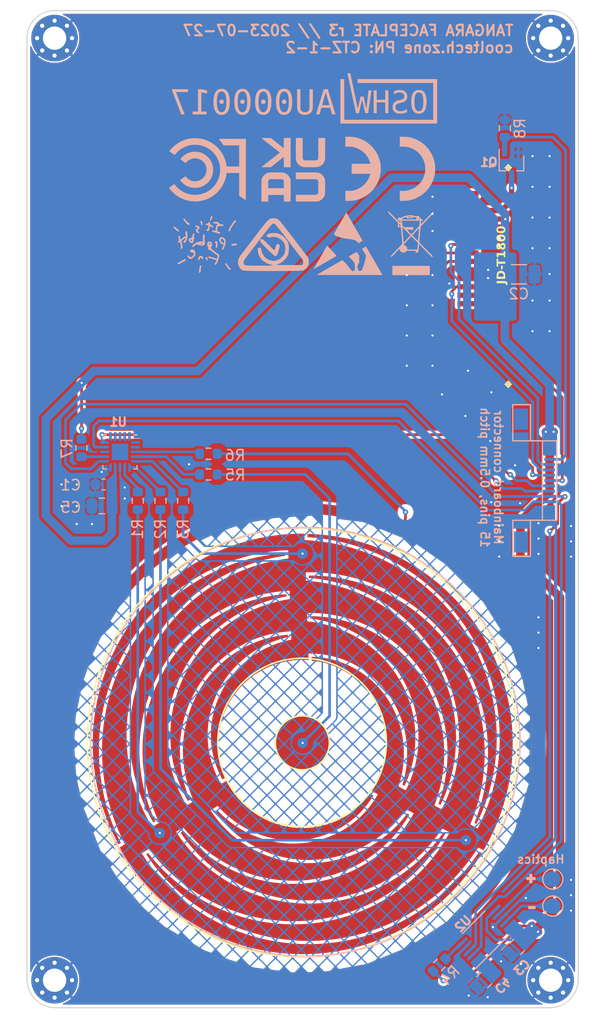
<source format=kicad_pcb>
(kicad_pcb (version 20221018) (generator pcbnew)

  (general
    (thickness 1.6)
  )

  (paper "A4")
  (title_block
    (comment 4 "AISLER Project ID: UHMYFJNI")
  )

  (layers
    (0 "F.Cu" signal)
    (31 "B.Cu" signal)
    (32 "B.Adhes" user "B.Adhesive")
    (33 "F.Adhes" user "F.Adhesive")
    (34 "B.Paste" user)
    (35 "F.Paste" user)
    (36 "B.SilkS" user "B.Silkscreen")
    (37 "F.SilkS" user "F.Silkscreen")
    (38 "B.Mask" user)
    (39 "F.Mask" user)
    (40 "Dwgs.User" user "User.Drawings")
    (41 "Cmts.User" user "User.Comments")
    (42 "Eco1.User" user "User.Eco1")
    (43 "Eco2.User" user "User.Eco2")
    (44 "Edge.Cuts" user)
    (45 "Margin" user)
    (46 "B.CrtYd" user "B.Courtyard")
    (47 "F.CrtYd" user "F.Courtyard")
    (48 "B.Fab" user)
    (49 "F.Fab" user)
    (50 "User.1" user)
    (51 "User.2" user)
    (52 "User.3" user)
    (53 "User.4" user)
    (54 "User.5" user)
    (55 "User.6" user)
    (56 "User.7" user)
    (57 "User.8" user)
    (58 "User.9" user)
  )

  (setup
    (stackup
      (layer "F.SilkS" (type "Top Silk Screen"))
      (layer "F.Paste" (type "Top Solder Paste"))
      (layer "F.Mask" (type "Top Solder Mask") (thickness 0.01))
      (layer "F.Cu" (type "copper") (thickness 0.035))
      (layer "dielectric 1" (type "core") (thickness 1.51) (material "FR4") (epsilon_r 4.5) (loss_tangent 0.02))
      (layer "B.Cu" (type "copper") (thickness 0.035))
      (layer "B.Mask" (type "Bottom Solder Mask") (thickness 0.01))
      (layer "B.Paste" (type "Bottom Solder Paste"))
      (layer "B.SilkS" (type "Bottom Silk Screen"))
      (copper_finish "None")
      (dielectric_constraints no)
    )
    (pad_to_mask_clearance 0)
    (pcbplotparams
      (layerselection 0x00010fc_ffffffff)
      (plot_on_all_layers_selection 0x0000000_00000000)
      (disableapertmacros false)
      (usegerberextensions false)
      (usegerberattributes true)
      (usegerberadvancedattributes true)
      (creategerberjobfile true)
      (dashed_line_dash_ratio 12.000000)
      (dashed_line_gap_ratio 3.000000)
      (svgprecision 6)
      (plotframeref false)
      (viasonmask false)
      (mode 1)
      (useauxorigin false)
      (hpglpennumber 1)
      (hpglpenspeed 20)
      (hpglpendiameter 15.000000)
      (dxfpolygonmode true)
      (dxfimperialunits true)
      (dxfusepcbnewfont true)
      (psnegative false)
      (psa4output false)
      (plotreference true)
      (plotvalue true)
      (plotinvisibletext false)
      (sketchpadsonfab false)
      (subtractmaskfromsilk false)
      (outputformat 1)
      (mirror false)
      (drillshape 0)
      (scaleselection 1)
      (outputdirectory "./gerbers2/")
    )
  )

  (net 0 "")
  (net 1 "Net-(U2-REG)")
  (net 2 "Net-(J2-Pin_1)")
  (net 3 "Net-(SW2-Pin_1)")
  (net 4 "GND")
  (net 5 "+3V3")
  (net 6 "/SCL")
  (net 7 "/SDA")
  (net 8 "/TOUCH_INT")
  (net 9 "/PICO")
  (net 10 "/RESET")
  (net 11 "/SCLK")
  (net 12 "/CS")
  (net 13 "/RS")
  (net 14 "/LED_ENABLE")
  (net 15 "Net-(SW2-Pin_2)")
  (net 16 "Net-(SW2-Pin_3)")
  (net 17 "Net-(LCD1-LEDK)")
  (net 18 "Net-(J1-Pin_1)")
  (net 19 "Net-(U1-KEY0)")
  (net 20 "Net-(SW1-Pin_1)")
  (net 21 "Net-(U1-KEY1)")
  (net 22 "Net-(SW3-Pin_1)")
  (net 23 "Net-(U1-KEY2)")
  (net 24 "Net-(U2-EN)")
  (net 25 "Net-(U1-KEY3)")
  (net 26 "Net-(U1-KEY4)")
  (net 27 "Net-(U1-~{RESET})")
  (net 28 "unconnected-(U1-KEY6-Pad1)")
  (net 29 "unconnected-(U1-KEY5-Pad2)")
  (net 30 "unconnected-(U1-NC-Pad13)")
  (net 31 "unconnected-(U1-KEY11-Pad16)")
  (net 32 "unconnected-(U1-KEY10-Pad17)")
  (net 33 "unconnected-(U1-KEY9-Pad18)")
  (net 34 "unconnected-(U1-KEY8-Pad19)")
  (net 35 "unconnected-(U1-KEY7-Pad20)")

  (footprint "faceplate-footprints:qtouch-wheel" (layer "F.Cu") (at 157.687776 117.890948 -148))

  (footprint "faceplate-footprints:qtouch-guard" (layer "F.Cu") (at 157.7 117.885573 -10))

  (footprint "MountingHole:MountingHole_2.2mm_M2_Pad_Via" (layer "F.Cu") (at 134.3 140.2))

  (footprint "MountingHole:MountingHole_2.2mm_M2_Pad_Via" (layer "F.Cu") (at 134.3 51.25))

  (footprint "faceplate-footprints:qtouch-button" (layer "F.Cu") (at 157.7 117.8))

  (footprint "MountingHole:MountingHole_2.2mm_M2_Pad_Via" (layer "F.Cu") (at 181.1 51.25))

  (footprint "faceplate-footprints:JD-T1800" (layer "F.Cu") (at 160.199674 71.131556 90))

  (footprint "MountingHole:MountingHole_2.2mm_M2_Pad_Via" (layer "F.Cu") (at 181.1 140.2))

  (footprint "Resistor_SMD:R_0603_1608Metric" (layer "B.Cu") (at 148.811943 90.492976 180))

  (footprint "footprints:oshwa-cert" (layer "B.Cu")
    (tstamp 0efe2e21-be9b-4968-94bd-c6302fb66314)
    (at 157.889132 56.948653 180)
    (attr board_only exclude_from_pos_files exclude_from_bom)
    (fp_text reference "G***" (at 0 0) (layer "B.SilkS") hide
        (effects (font (size 1.5 1.5) (thickness 0.3)) (justify mirror))
      (tstamp 7475cf8c-a45b-45a4-9aca-d3a1d614bf0b)
    )
    (fp_text value "LOGO" (at 0.75 0) (layer "B.SilkS") hide
        (effects (font (size 1.5 1.5) (thickness 0.3)) (justify mirror))
      (tstamp 68d40912-2460-4daa-847d-21071157a31b)
    )
    (fp_poly
      (pts
        (xy -7.603911 0.325283)
        (xy -7.603911 -0.11892)
        (xy -7.20168 -0.11892)
        (xy -6.799449 -0.11892)
        (xy -6.799449 0.325283)
        (xy -6.799449 0.769485)
        (xy -6.656045 0.769485)
        (xy -6.512641 0.769485)
        (xy -6.512641 -0.311291)
        (xy -6.512641 -1.392068)
        (xy -6.656 -1.392068)
        (xy -6.799358 -1.392068)
        (xy -6.801153 -0.879661)
        (xy -6.802947 -0.367254)
        (xy -7.203429 -0.365448)
        (xy -7.603911 -0.363642)
        (xy -7.603911 -0.877855)
        (xy -7.603911 -1.392068)
        (xy -7.750813 -1.392068)
        (xy -7.897714 -1.392068)
        (xy -7.897714 -0.311291)
        (xy -7.897714 0.769485)
        (xy -7.750813 0.769485)
        (xy -7.603911 0.769485)
      )

      (stroke (width 0) (type solid)) (fill solid) (layer "B.SilkS") (tstamp 1b1b8f51-b395-4d88-b8f2-dba3c17db507))
    (fp_poly
      (pts
        (xy 1.993324 -0.106062)
        (xy 2.035363 -0.122924)
        (xy 2.078183 -0.153449)
        (xy 2.110862 -0.191633)
        (xy 2.133126 -0.235361)
        (xy 2.144704 -0.282519)
        (xy 2.145322 -0.330993)
        (xy 2.134707 -0.37867)
        (xy 2.112587 -0.423434)
        (xy 2.079211 -0.462691)
        (xy 2.034945 -0.494397)
        (xy 1.985358 -0.51343)
        (xy 1.931954 -0.519332)
        (xy 1.901821 -0.516862)
        (xy 1.851568 -0.503043)
        (xy 1.80736 -0.478277)
        (xy 1.771229 -0.444201)
        (xy 1.745209 -0.40245)
        (xy 1.738559 -0.385411)
        (xy 1.729924 -0.343711)
        (xy 1.728816 -0.297617)
        (xy 1.734943 -0.252772)
        (xy 1.747347 -0.216156)
        (xy 1.776112 -0.172443)
        (xy 1.815084 -0.136028)
        (xy 1.852759 -0.113607)
        (xy 1.896485 -0.100452)
        (xy 1.944743 -0.098008)
      )

      (stroke (width 0) (type solid)) (fill solid) (layer "B.SilkS") (tstamp 2d7f64a2-1067-4e7c-b17e-01f5811329be))
    (fp_poly
      (pts
        (xy 5.921188 -0.105238)
        (xy 5.967032 -0.124476)
        (xy 6.007638 -0.154451)
        (xy 6.040976 -0.194426)
        (xy 6.056583 -0.222763)
        (xy 6.071705 -0.271276)
        (xy 6.07512 -0.323041)
        (xy 6.066786 -0.373744)
        (xy 6.058386 -0.396925)
        (xy 6.032847 -0.43845)
        (xy 5.997189 -0.47284)
        (xy 5.954063 -0.498674)
        (xy 5.90612 -0.514534)
        (xy 5.85601 -0.519001)
        (xy 5.834095 -0.517012)
        (xy 5.782933 -0.503599)
        (xy 5.739369 -0.479232)
        (xy 5.71733 -0.460302)
        (xy 5.686228 -0.421988)
        (xy 5.666917 -0.378622)
        (xy 5.65855 -0.328075)
        (xy 5.658048 -0.311425)
        (xy 5.663994 -0.255602)
        (xy 5.681953 -0.206353)
        (xy 5.711417 -0.164532)
        (xy 5.751875 -0.130993)
        (xy 5.772512 -0.119338)
        (xy 5.8219 -0.10193)
        (xy 5.872135 -0.097477)
      )

      (stroke (width 0) (type solid)) (fill solid) (layer "B.SilkS") (tstamp ed2cf7b5-86df-4744-b2dd-2bf504c95823))
    (fp_poly
      (pts
        (xy 7.896391 -0.108866)
        (xy 7.943321 -0.131456)
        (xy 7.97807 -0.159259)
        (xy 8.00954 -0.199229)
        (xy 8.030049 -0.244638)
        (xy 8.039638 -0.293044)
        (xy 8.038346 -0.342007)
        (xy 8.026213 -0.389087)
        (xy 8.003281 -0.431843)
        (xy 7.973042 -0.464952)
        (xy 7.92959 -0.493324)
        (xy 7.879847 -0.51094)
        (xy 7.827098 -0.517247)
        (xy 7.774628 -0.511692)
        (xy 7.746491 -0.503154)
        (xy 7.70347 -0.4797)
        (xy 7.669171 -0.447051)
        (xy 7.643994 -0.407261)
        (xy 7.628338 -0.36238)
        (xy 7.622603 -0.314461)
        (xy 7.627188 -0.265557)
        (xy 7.642494 -0.217718)
        (xy 7.66892 -0.172998)
        (xy 7.679629 -0.159864)
        (xy 7.698068 -0.143509)
        (xy 7.723433 -0.126656)
        (xy 7.744374 -0.115735)
        (xy 7.794517 -0.100558)
        (xy 7.845989 -0.098417)
      )

      (stroke (width 0) (type solid)) (fill solid) (layer "B.SilkS") (tstamp b886266d-e2f4-41a8-99cb-a01383100d68))
    (fp_poly
      (pts
        (xy 3.910181 -0.099364)
        (xy 3.964242 -0.108105)
        (xy 4.010264 -0.127966)
        (xy 4.049446 -0.159559)
        (xy 4.066177 -0.179071)
        (xy 4.094411 -0.22639)
        (xy 4.109175 -0.276864)
        (xy 4.110345 -0.329459)
        (xy 4.097799 -0.383141)
        (xy 4.092072 -0.397621)
        (xy 4.07389 -0.428693)
        (xy 4.047903 -0.459206)
        (xy 4.018366 -0.484797)
        (xy 3.992146 -0.500065)
        (xy 3.954554 -0.511583)
        (xy 3.912846 -0.517814)
        (xy 3.874346 -0.517755)
        (xy 3.868411 -0.517012)
        (xy 3.816225 -0.502729)
        (xy 3.770708 -0.477088)
        (xy 3.733603 -0.441296)
        (xy 3.712713 -0.409226)
        (xy 3.700755 -0.375153)
        (xy 3.694809 -0.33346)
        (xy 3.695033 -0.289232)
        (xy 3.701584 -0.247556)
        (xy 3.707145 -0.229626)
        (xy 3.731266 -0.184816)
        (xy 3.766391 -0.146554)
        (xy 3.810125 -0.117355)
        (xy 3.817356 -0.113877)
        (xy 3.839904 -0.104565)
        (xy 3.859719 -0.099679)
        (xy 3.882537 -0.098322)
      )

      (stroke (width 0) (type solid)) (fill solid) (layer "B.SilkS") (tstamp 074383d5-89c4-4767-af70-0818de9dbb68))
    (fp_poly
      (pts
        (xy -4.994657 1.647398)
        (xy -4.994657 1.462022)
        (xy -8.562269 1.462022)
        (xy -12.129882 1.462022)
        (xy -12.129882 -0.272817)
        (xy -12.129882 -2.007656)
        (xy -7.937348 -2.007656)
        (xy -3.744813 -2.007656)
        (xy -3.740159 -0.80621)
        (xy -3.739625 -0.663599)
        (xy -3.739108 -0.516335)
        (xy -3.738612 -0.365833)
        (xy -3.73814 -0.213508)
        (xy -3.737695 -0.060773)
        (xy -3.737282 0.090956)
        (xy -3.736903 0.240264)
        (xy -3.736562 0.385738)
        (xy -3.736262 0.525961)
        (xy -3.736007 0.659521)
        (xy -3.7358 0.785002)
        (xy -3.735645 0.900989)
        (xy -3.735545 1.006068)
        (xy -3.735503 1.098824)
        (xy -3.735502 1.114005)
        (xy -3.7355 1.832774)
        (xy -3.553622 1.832774)
        (xy -3.371743 1.832774)
        (xy -3.371743 -0.269319)
        (xy -3.371743 -2.371412)
        (xy -7.936188 -2.371412)
        (xy -12.500633 -2.371412)
        (xy -12.500633 -0.269319)
        (xy -12.500633 1.832774)
        (xy -8.747645 1.832774)
        (xy -4.994657 1.832774)
      )

      (stroke (width 0) (type solid)) (fill solid) (layer "B.SilkS") (tstamp 0ae21bd7-931b-4b7b-9452-183f25500a2d))
    (fp_poly
      (pts
        (xy 10.059267 -0.17838)
        (xy 10.059267 -1.231176)
        (xy 10.307601 -1.231176)
        (xy 10.555935 -1.231176)
        (xy 10.555935 -1.367584)
        (xy 10.555935 -1.503993)
        (xy 9.901873 -1.503993)
        (xy 9.24781 -1.503993)
        (xy 9.24781 -1.367584)
        (xy 9.24781 -1.231176)
        (xy 9.496144 -1.231176)
        (xy 9.744478 -1.231176)
        (xy 9.744478 -0.321313)
        (xy 9.744471 -0.189823)
        (xy 9.744444 -0.071622)
        (xy 9.744387 0.033992)
        (xy 9.744291 0.127722)
        (xy 9.744146 0.210268)
        (xy 9.743943 0.282332)
        (xy 9.743673 0.344618)
        (xy 9.743325 0.397825)
        (xy 9.742891 0.442657)
        (xy 9.742361 0.479816)
        (xy 9.741725 0.510002)
        (xy 9.740974 0.533918)
        (xy 9.740099 0.552265)
        (xy 9.739089 0.565747)
        (xy 9.737937 0.575064)
        (xy 9.736631 0.580918)
        (xy 9.735163 0.584011)
        (xy 9.733522 0.585045)
        (xy 9.732236 0.584911)
        (xy 9.720715 0.581969)
        (xy 9.697896 0.576544)
        (xy 9.665631 0.569052)
        (xy 9.625771 0.559907)
        (xy 9.580167 0.549527)
        (xy 9.53067 0.538325)
        (xy 9.479132 0.526718)
        (xy 9.427404 0.515121)
        (xy 9.377337 0.50395)
        (xy 9.330782 0.493621)
        (xy 9.289591 0.484548)
        (xy 9.255615 0.477147)
        (xy 9.230704 0.471834)
        (xy 9.216711 0.469024)
        (xy 9.214431 0.468687)
        (xy 9.211368 0.472184)
        (xy 9.209065 0.483556)
        (xy 9.207441 0.504122)
        (xy 9.20642 0.535201)
        (xy 9.205921 0.578111)
        (xy 9.205839 0.611957)
        (xy 9.205874 0.660104)
        (xy 9.206111 0.696092)
        (xy 9.206745 0.721755)
        (xy 9.207973 0.738925)
        (xy 9.20999 0.749435)
        (xy 9.212993 0.755118)
        (xy 9.217179 0.757806)
        (xy 9.221578 0.759049)
        (xy 9.231828 0.761378)
        (xy 9.25412 0.766338)
        (xy 9.286832 0.773569)
        (xy 9.328338 0.782714)
        (xy 9.377014 0.793416)
        (xy 9.431236 0.805316)
        (xy 9.489378 0.818056)
        (xy 9.492059 0.818643)
        (xy 9.7468 0.874415)
        (xy 9.903034 0.874415)
        (xy 10.059267 0.874415)
      )

      (stroke (width 0) (type solid)) (fill solid) (layer "B.SilkS") (tstamp 44ea6280-ac0a-40d3-aa94-eb85a113cf3f))
    (fp_poly
      (pts
        (xy 12.493638 0.801741)
        (xy 12.493638 0.729067)
        (xy 12.083704 -0.350738)
        (xy 12.038744 -0.469169)
        (xy 11.994998 -0.584406)
        (xy 11.952737 -0.695738)
        (xy 11.91223 -0.802452)
        (xy 11.873749 -0.903835)
        (xy 11.837564 -0.999174)
        (xy 11.803945 -1.087757)
        (xy 11.773163 -1.16887)
        (xy 11.745488 -1.241803)
        (xy 11.72119 -1.305841)
        (xy 11.70054 -1.360273)
        (xy 11.683809 -1.404385)
        (xy 11.671267 -1.437465)
        (xy 11.663184 -1.4588)
        (xy 11.659984 -1.467268)
        (xy 11.646199 -1.503993)
        (xy 11.478401 -1.503993)
        (xy 11.431838 -1.503785)
        (xy 11.390495 -1.503201)
        (xy 11.356237 -1.5023)
        (xy 11.33093 -1.501142)
        (xy 11.316439 -1.499786)
        (xy 11.313731 -1.498747)
        (xy 11.316946 -1.491165)
        (xy 11.324903 -1.471442)
        (xy 11.337274 -1.440419)
        (xy 11.353728 -1.398938)
        (xy 11.373936 -1.347839)
        (xy 11.397568 -1.287963)
        (xy 11.424294 -1.220152)
        (xy 11.453785 -1.145246)
        (xy 11.485711 -1.064086)
        (xy 11.519742 -0.977515)
        (xy 11.555549 -0.886372)
        (xy 11.592802 -0.791498)
        (xy 11.631171 -0.693735)
        (xy 11.670326 -0.593925)
        (xy 11.709939 -0.492907)
        (xy 11.749679 -0.391523)
        (xy 11.789216 -0.290614)
        (xy 11.828221 -0.191021)
        (xy 11.866364 -0.093586)
        (xy 11.903316 0.000852)
        (xy 11.938747 0.09145)
        (xy 11.972326 0.177367)
        (xy 12.003726 0.257764)
        (xy 12.032615 0.331797)
        (xy 12.058664 0.398628)
        (xy 12.081543 0.457413)
        (xy 12.100924 0.507313)
        (xy 12.116475 0.547486)
        (xy 12.127868 0.577092)
        (xy 12.134772 0.595288)
        (xy 12.136877 0.601227)
        (xy 12.131218 0.60272)
        (xy 12.114052 0.604034)
        (xy 12.085091 0.605174)
        (xy 12.044048 0.606144)
        (xy 11.990638 0.606946)
        (xy 11.924573 0.607586)
        (xy 11.845568 0.608065)
        (xy 11.753335 0.608389)
        (xy 11.647587 0.608561)
        (xy 11.570256 0.608593)
        (xy 11.003635 0.608593)
        (xy 11.003635 0.741504)
        (xy 11.003635 0.874415)
        (xy 11.748637 0.874415)
        (xy 12.493638 0.874415)
      )

      (stroke (width 0) (type solid)) (fill solid) (layer "B.SilkS") (tstamp 55cceb78-98ec-4751-b6df-63e727793591))
    (fp_poly
      (pts
        (xy -0.452647 -0.050716)
        (xy -0.452217 -0.191434)
        (xy -0.451762 -0.318741)
        (xy -0.451274 -0.433216)
        (xy -0.450747 -0.535439)
        (xy -0.450174 -0.625989)
        (xy -0.449548 -0.705446)
        (xy -0.448862 -0.774389)
        (xy -0.44811 -0.833397)
        (xy -0.447284 -0.88305)
        (xy -0.446377 -0.923928)
        (xy -0.445383 -0.95661)
        (xy -0.444295 -0.981675)
        (xy -0.443106 -0.999702)
        (xy -0.441809 -1.011272)
        (xy -0.441236 -1.014321)
        (xy -0.419857 -1.078215)
        (xy -0.386212 -1.135562)
        (xy -0.360332 -1.166776)
        (xy -0.318709 -1.205488)
        (xy -0.272778 -1.235484)
        (xy -0.218849 -1.258938)
        (xy -0.186342 -1.269293)
        (xy -0.157528 -1.276984)
        (xy -0.131635 -1.282137)
        (xy -0.10445 -1.285229)
        (xy -0.071761 -1.286737)
        (xy -0.029356 -1.287138)
        (xy -0.028807 -1.287138)
        (xy 0.048758 -1.283868)
        (xy 0.115843 -1.273595)
        (xy 0.174456 -1.255622)
        (xy 0.226606 -1.229254)
        (xy 0.274301 -1.193796)
        (xy 0.294313 -1.175213)
        (xy 0.335057 -1.128417)
        (xy 0.363983 -1.078845)
        (xy 0.383227 -1.022715)
        (xy 0.385224 -1.014321)
        (xy 0.386565 -1.005164)
        (xy 0.387796 -0.98962)
        (xy 0.388925 -0.967116)
        (xy 0.389959 -0.937083)
        (xy 0.390904 -0.89895)
        (xy 0.391767 -0.852146)
        (xy 0.392555 -0.796099)
        (xy 0.393275 -0.730239)
        (xy 0.393933 -0.653995)
        (xy 0.394537 -0.566797)
        (xy 0.395093 -0.468072)
        (xy 0.395607 -0.357251)
        (xy 0.396088 -0.233763)
        (xy 0.39654 -0.097037)
        (xy 0.396679 -0.050716)
        (xy 0.399399 0.874415)
        (xy 0.556759 0.874415)
        (xy 0.714118 0.874415)
        (xy 0.711636 -0.019237)
        (xy 0.711258 -0.150726)
        (xy 0.710886 -0.268998)
        (xy 0.710507 -0.374827)
        (xy 0.71011 -0.468984)
        (xy 0.709683 -0.552245)
        (xy 0.709214 -0.625382)
        (xy 0.708692 -0.689169)
        (xy 0.708104 -0.744379)
        (xy 0.707439 -0.791785)
        (xy 0.706686 -0.832161)
        (xy 0.705832 -0.866281)
        (xy 0.704866 -0.894917)
        (xy 0.703776 -0.918843)
        (xy 0.70255 -0.938832)
        (xy 0.701177 -0.955658)
        (xy 0.699644 -0.970095)
        (xy 0.69794 -0.982915)
        (xy 0.696881 -0.989837)
        (xy 0.67788 -1.080789)
        (xy 0.65123 -1.161899)
        (xy 0.628563 -1.212242)
        (xy 0.585042 -1.283205)
        (xy 0.530068 -1.347001)
        (xy 0.464521 -1.403071)
        (xy 0.389279 -1.450855)
        (xy 0.305221 -1.489795)
        (xy 0.213227 -1.51933)
        (xy 0.115423 -1.538726)
        (xy 0.079296 -1.54226)
        (xy 0.033667 -1.544343)
        (xy -0.017544 -1.545024)
        (xy -0.07042 -1.544353)
        (xy -0.121042 -1.542377)
        (xy -0.165491 -1.539147)
        (xy -0.199367 -1.534797)
        (xy -0.300282 -1.510934)
        (xy -0.393126 -1.476672)
        (xy -0.477223 -1.432354)
        (xy -0.551898 -1.378325)
        (xy -0.60328 -1.329542)
        (xy -0.640986 -1.284914)
        (xy -0.672868 -1.237324)
        (xy -0.699413 -1.185224)
        (xy -0.721111 -1.127065)
        (xy -0.73845 -1.0613)
        (xy -0.751919 -0.986379)
        (xy -0.762006 -0.900756)
        (xy -0.769133 -0.804051)
        (xy -0.770243 -0.777166)
        (xy -0.771286 -0.737195)
        (xy -0.772255 -0.685046)
        (xy -0.773143 -0.621624)
        (xy -0.773942 -0.547835)
        (xy -0.774646 -0.464585)
        (xy -0.775247 -0.372779)
        (xy -0.775737 -0.273324)
        (xy -0.776108 -0.167125)
        (xy -0.776355 -0.055089)
        (xy -0.776469 0.06188)
        (xy -0.776476 0.099684)
        (xy -0.77648 0.874415)
        (xy -0.615877 0.874415)
        (xy -0.455273 0.874415)
      )

      (stroke (width 0) (type solid)) (fill solid) (layer "B.SilkS") (tstamp 41dcebf9-1373-47e4-a02b-81c120e1801d))
    (fp_poly
      (pts
        (xy -10.704396 0.801112)
        (xy -10.613651 0.789603)
        (xy -10.531075 0.767765)
        (xy -10.455706 0.735281)
        (xy -10.386584 0.691831)
        (xy -10.332398 0.646392)
        (xy -10.276092 0.585483)
        (xy -10.226486 0.515084)
        (xy -10.183378 0.434662)
        (xy -10.146566 0.343687)
        (xy -10.115849 0.241629)
        (xy -10.091024 0.127955)
        (xy -10.071889 0.002135)
        (xy -10.065347 -0.055962)
        (xy -10.061857 -0.101488)
        (xy -10.059351 -0.157747)
        (xy -10.057809 -0.221751)
        (xy -10.057213 -0.29051)
        (xy -10.057543 -0.361035)
        (xy -10.05878 -0.430336)
        (xy -10.060905 -0.495423)
        (xy -10.063899 -0.553308)
        (xy -10.067744 -0.601001)
        (xy -10.068891 -0.611456)
        (xy -10.087541 -0.739887)
        (xy -10.111886 -0.855991)
        (xy -10.142147 -0.960319)
        (xy -10.178545 -1.053419)
        (xy -10.2213 -1.135841)
        (xy -10.270632 -1.208134)
        (xy -10.326763 -1.270847)
        (xy -10.338174 -1.281687)
        (xy -10.388973 -1.322656)
        (xy -10.447459 -1.359889)
        (xy -10.507332 -1.389434)
        (xy -10.514624 -1.392399)
        (xy -10.568803 -1.4094)
        (xy -10.63269 -1.422149)
        (xy -10.70259 -1.430403)
        (xy -10.77481 -1.433918)
        (xy -10.845652 -1.432449)
        (xy -10.911423 -1.425754)
        (xy -10.940678 -1.420493)
        (xy -11.027406 -1.396232)
        (xy -11.106346 -1.361615)
        (xy -11.177654 -1.316416)
        (xy -11.241482 -1.260411)
        (xy -11.297986 -1.193375)
        (xy -11.34732 -1.115081)
        (xy -11.389638 -1.025306)
        (xy -11.425094 -0.923825)
        (xy -11.453844 -0.810412)
        (xy -11.476041 -0.684842)
        (xy -11.483309 -0.629578)
        (xy -11.48889 -0.571878)
        (xy -11.493312 -0.503901)
        (xy -11.496499 -0.429321)
        (xy -11.498376 -0.35181)
        (xy -11.49868 -0.304296)
        (xy -11.194304 -0.304296)
        (xy -11.192727 -0.435019)
        (xy -11.187862 -0.552809)
        (xy -11.179553 -0.658368)
        (xy -11.167644 -0.752397)
        (xy -11.151978 -0.835599)
        (xy -11.1324 -0.908677)
        (xy -11.108752 -0.972331)
        (xy -11.080878 -1.027265)
        (xy -11.048623 -1.074181)
        (xy -11.014705 -1.111092)
        (xy -10.962121 -1.151431)
        (xy -10.902685 -1.180027)
        (xy -10.837618 -1.196558)
        (xy -10.768144 -1.200707)
        (xy -10.700649 -1.193171)
        (xy -10.637657 -1.175006)
        (xy -10.581858 -1.145816)
        (xy -10.532977 -1.105284)
        (xy -10.490737 -1.053096)
        (xy -10.454865 -0.988934)
        (xy -10.425084 -0.912482)
        (xy -10.409624 -0.859026)
        (xy -10.397558 -0.808353)
        (xy -10.387643 -0.757631)
        (xy -10.379662 -0.704713)
        (xy -10.373401 -0.647449)
        (xy -10.368643 -0.583692)
        (xy -10.365173 -0.511295)
        (xy -10.362776 -0.428108)
        (xy -10.361942 -0.383624)
        (xy -10.361373 -0.247926)
        (xy -10.364347 -0.125131)
        (xy -10.370997 -0.014574)
        (xy -10.381454 0.084411)
        (xy -10.395851 0.172488)
        (xy -10.414319 0.250324)
        (xy -10.436992 0.318583)
        (xy -10.464001 0.377931)
        (xy -10.495478 0.429033)
        (xy -10.531556 0.472555)
        (xy -10.532155 0.473176)
        (xy -10.580946 0.515141)
        (xy -10.63516 0.544953)
        (xy -10.69677 0.563622)
        (xy -10.716132 0.567069)
        (xy -10.777949 0.571387)
        (xy -10.840154 0.566243)
        (xy -10.899148 0.552333)
        (xy -10.951332 0.530352)
        (xy -10.972262 0.517582)
        (xy -11.015704 0.482095)
        (xy -11.053994 0.438634)
        (xy -11.087292 0.386603)
        (xy -11.115761 0.325404)
        (xy -11.13956 0.254441)
        (xy -11.158852 0.173117)
        (xy -11.173798 0.080835)
        (xy -11.184559 -0.023001)
        (xy -11.191296 -0.138989)
        (xy -11.19417 -0.267724)
        (xy -11.194304 -0.304296)
        (xy -11.49868 -0.304296)
        (xy -11.498867 -0.275041)
        (xy -11.497896 -0.202686)
        (xy -11.495387 -0.138417)
        (xy -11.493909 -0.115422)
        (xy -11.480308 0.022353)
        (xy -11.460607 0.147821)
        (xy -11.43467 0.261332)
        (xy -11.402365 0.363232)
        (xy -11.363559 0.453869)
        (xy -11.318116 0.533593)
        (xy -11.265904 0.602749)
        (xy -11.206789 0.661687)
        (xy -11.190083 0.675531)
        (xy -11.129054 0.718539)
        (xy -11.06519 0.751889)
        (xy -10.996284 0.776308)
        (xy -10.920127 0.792522)
        (xy -10.834514 0.801259)
        (xy -10.804269 0.802611)
      )

      (stroke (width 0) (type solid)) (fill solid) (layer "B.SilkS") (tstamp 8e6852d5-bd08-4c51-81ca-eeaa2f10db73))
    (fp_poly
      (pts
        (xy 5.958399 0.909919)
        (xy 6.012245 0.902631)
        (xy 6.056848 0.893849)
        (xy 6.096956 0.88225)
        (xy 6.137317 0.86651)
        (xy 6.17257 0.850247)
        (xy 6.250892 0.80505)
        (xy 6.321778 0.748783)
        (xy 6.385281 0.681332)
        (xy 6.44145 0.602584)
        (xy 6.490336 0.512426)
        (xy 6.531988 0.410744)
        (xy 6.566457 0.297427)
        (xy 6.593794 0.17236)
        (xy 6.614049 0.03543)
        (xy 6.627272 -0.113475)
        (xy 6.630738 -0.179543)
        (xy 6.634063 -0.346277)
        (xy 6.629535 -0.503821)
        (xy 6.617218 -0.651734)
        (xy 6.597174 -0.789575)
        (xy 6.569469 -0.916904)
        (xy 6.534166 -1.03328)
        (xy 6.491981 -1.13687)
        (xy 6.444238 -1.227329)
        (xy 6.391209 -1.305331)
        (xy 6.332046 -1.371685)
        (xy 6.265905 -1.427201)
        (xy 6.19194 -1.47269)
        (xy 6.109306 -1.50896)
        (xy 6.099917 -1.512328)
        (xy 6.043146 -1.527917)
        (xy 5.977225 -1.538805)
        (xy 5.906252 -1.544785)
        (xy 5.834328 -1.545648)
        (xy 5.76555 -1.541189)
        (xy 5.708179 -1.532122)
        (xy 5.61729 -1.506638)
        (xy 5.53554 -1.471153)
        (xy 5.46193 -1.424967)
        (xy 5.395457 -1.367379)
        (xy 5.335119 -1.29769)
        (xy 5.299189 -1.246304)
        (xy 5.254663 -1.168743)
        (xy 5.215809 -1.082262)
        (xy 5.182338 -0.985938)
        (xy 5.153959 -0.878848)
        (xy 5.130383 -0.760068)
        (xy 5.115452 -0.661057)
        (xy 5.111289 -0.62008)
        (xy 5.107943 -0.56759)
        (xy 5.10541 -0.506042)
        (xy 5.103691 -0.437891)
        (xy 5.102782 -0.36559)
        (xy 5.102779 -0.36355)
        (xy 5.422481 -0.36355)
        (xy 5.42352 -0.462243)
        (xy 5.426684 -0.550843)
        (xy 5.432132 -0.631242)
        (xy 5.440021 -0.70533)
        (xy 5.450509 -0.774998)
        (xy 5.463753 -0.842136)
        (xy 5.477305 -0.89866)
        (xy 5.506188 -0.992596)
        (xy 5.541053 -1.073915)
        (xy 5.581895 -1.142608)
        (xy 5.628708 -1.198667)
        (xy 5.681484 -1.242083)
        (xy 5.740218 -1.272848)
        (xy 5.771716 -1.283456)
        (xy 5.809239 -1.29012)
        (xy 5.854571 -1.292393)
        (xy 5.902513 -1.290504)
        (xy 5.947863 -1.284681)
        (xy 5.985422 -1.275153)
        (xy 5.988826 -1.2739)
        (xy 6.047352 -1.244204)
        (xy 6.100011 -1.202187)
        (xy 6.146833 -1.147785)
        (xy 6.187849 -1.080934)
        (xy 6.22309 -1.001569)
        (xy 6.252585 -0.909628)
        (xy 6.276365 -0.805045)
        (xy 6.29446 -0.687758)
        (xy 6.302206 -0.615588)
        (xy 6.309168 -0.519287)
        (xy 6.313196 -0.416033)
        (xy 6.314344 -0.309295)
        (xy 6.312664 -0.202541)
        (xy 6.308209 -0.099241)
        (xy 6.301033 -0.002862)
        (xy 6.291562 0.080447)
        (xy 6.272605 0.193303)
        (xy 6.248621 0.293328)
        (xy 6.219437 0.380814)
        (xy 6.184878 0.45605)
        (xy 6.14477 0.519329)
        (xy 6.098938 0.570942)
        (xy 6.047208 0.611179)
        (xy 5.989406 0.640333)
        (xy 5.948508 0.653474)
        (xy 5.884968 0.663469)
        (xy 5.820487 0.660455)
        (xy 5.786743 0.654009)
        (xy 5.723126 0.631992)
        (xy 5.665562 0.597391)
        (xy 5.614085 0.550252)
        (xy 5.568727 0.49062)
        (xy 5.529521 0.41854)
        (xy 5.4965 0.334057)
        (xy 5.469697 0.237217)
        (xy 5.463718 0.20986)
        (xy 5.454004 0.160837)
        (xy 5.44605 0.114937)
        (xy 5.439651 0.069823)
        (xy 5.434605 0.023157)
        (xy 5.430707 -0.027398)
        (xy 5.427753 -0.084181)
        (xy 5.425541 -0.149528)
        (xy 5.423866 -0.225778)
        (xy 5.42341 -0.252876)
        (xy 5.422481 -0.36355)
        (xy 5.102779 -0.36355)
        (xy 5.102683 -0.291595)
        (xy 5.103392 -0.218359)
        (xy 5.104907 -0.148336)
        (xy 5.107227 -0.083982)
        (xy 5.11035 -0.027751)
        (xy 5.114274 0.017904)
        (xy 5.115909 0.031479)
        (xy 5.136055 0.159215)
        (xy 5.160944 0.274787)
        (xy 5.190949 0.379325)
        (xy 5.226439 0.473954)
        (xy 5.267787 0.559801)
        (xy 5.315363 0.637995)
        (xy 5.315859 0.638723)
        (xy 5.374144 0.7124)
        (xy 5.44086 0.775164)
        (xy 5.515348 0.826736)
        (xy 5.596945 0.866839)
        (xy 5.684993 0.895192)
        (xy 5.77883 0.911518)
        (xy 5.877797 0.915537)
      )

      (stroke (width 0) (type solid)) (fill solid) (layer "B.SilkS") (tstamp ac65ec05-b92f-4e7c-ba46-adae3807a76c))
    (fp_poly
      (pts
        (xy -1.935487 0.874358)
        (xy -1.890549 0.874122)
        (xy -1.856507 0.873612)
        (xy -1.831815 0.872732)
        (xy -1.814925 0.871386)
        (xy -1.804291 0.869479)
        (xy -1.798366 0.866915)
        (xy -1.795601 0.863598)
        (xy -1.795074 0.862173)
        (xy -1.791573 0.850622)
        (xy -1.784305 0.826758)
        (xy -1.773523 0.791412)
        (xy -1.759482 0.745418)
        (xy -1.742438 0.689608)
        (xy -1.722645 0.624816)
        (xy -1.700356 0.551872)
        (xy -1.675828 0.471612)
        (xy -1.649315 0.384866)
        (xy -1.621071 0.292468)
        (xy -1.591351 0.195251)
        (xy -1.56041 0.094046)
        (xy -1.528502 -0.010312)
        (xy -1.495882 -0.116993)
        (xy -1.462805 -0.225161)
        (xy -1.429525 -0.333986)
        (xy -1.396296 -0.442635)
        (xy -1.363375 -0.550274)
        (xy -1.331015 -0.656071)
        (xy -1.29947 -0.759194)
        (xy -1.268997 -0.858809)
        (xy -1.239848 -0.954084)
        (xy -1.212279 -1.044187)
        (xy -1.186545 -1.128284)
        (xy -1.1629 -1.205543)
        (xy -1.141599 -1.275132)
        (xy -1.122896 -1.336216)
        (xy -1.107047 -1.387965)
        (xy -1.094305 -1.429545)
        (xy -1.084926 -1.460123)
        (xy -1.079163 -1.478867)
        (xy -1.077297 -1.484882)
        (xy -1.070924 -1.504245)
        (xy -1.236567 -1.50237)
        (xy -1.40221 -1.500495)
        (xy -1.489827 -1.192701)
        (xy -1.577444 -0.884907)
        (xy -1.99449 -0.883104)
        (xy -2.411535 -0.8813)
        (xy -2.443322 -0.995029)
        (xy -2.453968 -1.033175)
        (xy -2.467451 -1.08158)
        (xy -2.482876 -1.137018)
        (xy -2.499344 -1.196264)
        (xy -2.51596 -1.256095)
        (xy -2.52991 -1.306375)
        (xy -2.58471 -1.503993)
        (xy -2.75009 -1.503993)
        (xy -2.915469 -1.503993)
        (xy -2.884782 -1.40431)
        (xy -2.879325 -1.386546)
        (xy -2.870014 -1.356195)
        (xy -2.857093 -1.314045)
        (xy -2.840802 -1.260886)
        (xy -2.821384 -1.19751)
        (xy -2.79908 -1.124704)
        (xy -2.774133 -1.04326)
        (xy -2.746784 -0.953967)
        (xy -2.717276 -0.857614)
        (xy -2.685849 -0.754992)
        (xy -2.652747 -0.646891)
        (xy -2.643697 -0.617336)
        (xy -2.32932 -0.617336)
        (xy -2.328666 -0.620155)
        (xy -2.32587 -0.622507)
        (xy -2.319777 -0.624432)
        (xy -2.309227 -0.625974)
        (xy -2.293066 -0.627175)
        (xy -2.270134 -0.628077)
        (xy -2.239275 -0.628722)
        (xy -2.199331 -0.629152)
        (xy -2.149147 -0.62941)
        (xy -2.087563 -0.629537)
        (xy -2.013423 -0.629577)
        (xy -1.993666 -0.629578)
        (xy -1.915421 -0.629532)
        (xy -1.850059 -0.629371)
        (xy -1.796471 -0.629061)
        (xy -1.753549 -0.628568)
        (xy -1.720185 -0.62786)
        (xy -1.695271 -0.626903)
        (xy -1.677697 -0.625662)
        (xy -1.666358 -0.624105)
        (xy -1.660143 -0.622198)
        (xy -1.657945 -0.619907)
        (xy -1.65789 -0.619401)
        (xy -1.65972 -0.611585)
        (xy -1.664991 -0.591475)
        (xy -1.673376 -0.560252)
        (xy -1.684548 -0.519095)
        (xy -1.698179 -0.469184)
        (xy -1.713942 -0.4117)
        (xy -1.73151 -0.347822)
        (xy -1.750555 -0.278731)
        (xy -1.770751 -0.205606)
        (xy -1.791769 -0.129627)
        (xy -1.813282 -0.051975)
        (xy -1.834964 0.026172)
        (xy -1.856487 0.103632)
        (xy -1.877523 0.179226)
        (xy -1.897745 0.251774)
        (xy -1.916826 0.320095)
        (xy -1.934439 0.383011)
        (xy -1.950255 0.43934)
        (xy -1.963949 0.487903)
        (xy -1.975193 0.52752)
        (xy -1.983658 0.557012)
        (xy -1.989019 0.575197)
        (xy -1.990766 0.580612)
        (xy -1.993101 0.575373)
        (xy -1.998843 0.557804)
        (xy -2.007666 0.529058)
        (xy -2.019245 0.490287)
        (xy -2.033253 0.442646)
        (xy -2.049365 0.387288)
        (xy -2.067254 0.325365)
        (xy -2.086596 0.258031)
        (xy -2.107063 0.186438)
        (xy -2.12833 0.111741)
        (xy -2.150071 0.035091)
        (xy -2.17196 -0.042357)
        (xy -2.193672 -0.11945)
        (xy -2.21488 -0.195036)
        (xy -2.235258 -0.267961)
        (xy -2.254481 -0.337072)
        (xy -2.272223 -0.401217)
        (xy -2.288158 -0.45924)
        (xy -2.301959 -0.509991)
        (xy -2.313301 -0.552314)
        (xy -2.321859 -0.585059)
        (xy -2.327306 -0.60707)
        (xy -2.329316 -0.617195)
        (xy -2.32932 -0.617336)
        (xy -2.643697 -0.617336)
        (xy -2.618211 -0.5341)
        (xy -2.582482 -0.417409)
        (xy -2.545804 -0.297608)
        (xy -2.520546 -0.215106)
        (xy -2.186997 0.874415)
        (xy -1.992869 0.874415)
      )

      (stroke (width 0) (type solid)) (fill solid) (layer "B.SilkS") (tstamp c909da5b-71cd-40d4-a67f-521ba084cb7d))
    (fp_poly
      (pts
        (xy 3.961928 0.91281)
        (xy 4.048013 0.902429)
        (xy 4.127449 0.883323)
        (xy 4.172392 0.867101)
        (xy 4.254795 0.825318)
        (xy 4.329829 0.771659)
        (xy 4.397477 0.706153)
        (xy 4.457719 0.62883)
        (xy 4.510536 0.539717)
        (xy 4.55591 0.438844)
        (xy 4.593823 0.32624)
        (xy 4.624255 0.201934)
        (xy 4.633452 0.153897)
        (xy 4.65071 0.035429)
        (xy 4.662349 -0.092549)
        (xy 4.668399 -0.226749)
        (xy 4.668895 -0.363883)
        (xy 4.663869 -0.500664)
        (xy 4.653353 -0.633803)
        (xy 4.637381 -0.760013)
        (xy 4.623569 -0.839438)
        (xy 4.610467 -0.89635)
        (xy 4.592676 -0.959346)
        (xy 4.571676 -1.024006)
        (xy 4.548951 -1.085911)
        (xy 4.52598 -1.140641)
        (xy 4.514653 -1.164355)
        (xy 4.462859 -1.254121)
        (xy 4.404061 -1.331798)
        (xy 4.33815 -1.39747)
        (xy 4.265019 -1.451224)
        (xy 4.18456 -1.493143)
        (xy 4.096665 -1.523311)
        (xy 4.039796 -1.5359)
        (xy 4.000089 -1.540963)
        (xy 3.951681 -1.543992)
        (xy 3.898954 -1.544997)
        (xy 3.84629 -1.543993)
        (xy 3.798071 -1.54099)
        (xy 3.75868 -1.536001)
        (xy 3.753917 -1.535105)
        (xy 3.692367 -1.520389)
        (xy 3.636785 -1.501144)
        (xy 3.5851 -1.477609)
        (xy 3.537097 -1.451816)
        (xy 3.497233 -1.425562)
        (xy 3.460097 -1.394907)
        (xy 3.425793 -1.361585)
        (xy 3.366651 -1.292629)
        (xy 3.314368 -1.213597)
        (xy 3.268773 -1.124048)
        (xy 3.229692 -1.023539)
        (xy 3.196955 -0.91163)
        (xy 3.170388 -0.78788)
        (xy 3.150096 -0.654062)
        (xy 3.146295 -0.614699)
        (xy 3.14313 -0.564252)
        (xy 3.140614 -0.505168)
        (xy 3.138762 -0.43989)
        (xy 3.137586 -0.370864)
        (xy 3.137182 -0.312024)
        (xy 3.455759 -0.312024)
        (xy 3.457473 -0.44473)
        (xy 3.462845 -0.564957)
        (xy 3.47205 -0.673775)
        (xy 3.485265 -0.772256)
        (xy 3.502665 -0.86147)
        (xy 3.524425 -0.942488)
        (xy 3.55072 -1.016381)
        (xy 3.581726 -1.08422)
        (xy 3.582473 -1.085675)
        (xy 3.618313 -1.14342)
        (xy 3.661938 -1.19417)
        (xy 3.711291 -1.236163)
        (xy 3.764311 -1.267641)
        (xy 3.817334 -1.28647)
        (xy 3.85233 -1.291563)
        (xy 3.894802 -1.293147)
        (xy 3.938711 -1.29133)
        (xy 3.978017 -1.286219)
        (xy 3.990584 -1.28341)
        (xy 4.052138 -1.260635)
        (xy 4.107715 -1.225862)
        (xy 4.157385 -1.178972)
        (xy 4.201221 -1.119843)
        (xy 4.239293 -1.048355)
        (xy 4.271674 -0.964387)
        (xy 4.298435 -0.867819)
        (xy 4.319647 -0.758529)
        (xy 4.325805 -0.71702)
        (xy 4.335745 -0.628823)
        (xy 4.342989 -0.530419)
        (xy 4.347482 -0.42534)
        (xy 4.349167 -0.317119)
        (xy 4.34799 -0.209288)
        (xy 4.343893 -0.105378)
        (xy 4.336969 -0.010493)
        (xy 4.3224 0.109896)
        (xy 4.302178 0.218984)
        (xy 4.27641 0.316511)
        (xy 4.245207 0.402217)
        (xy 4.208679 0.47584)
        (xy 4.166935 0.537121)
        (xy 4.120084 0.585799)
        (xy 4.071852 0.619628)
        (xy 4.035105 0.636365)
        (xy 3.991478 0.650511)
        (xy 3.947011 0.660441)
        (xy 3.907746 0.66453)
        (xy 3.904909 0.664556)
        (xy 3.841859 0.65826)
        (xy 3.779338 0.640341)
        (xy 3.721059 0.61225)
        (xy 3.67074 0.575436)
        (xy 3.666378 0.571416)
        (xy 3.651156 0.554779)
        (xy 3.632204 0.530845)
        (xy 3.613136 0.504225)
        (xy 3.609437 0.498699)
        (xy 3.573057 0.435386)
        (xy 3.541818 0.363179)
        (xy 3.515605 0.281458)
        (xy 3.4943 0.189605)
        (xy 3.477785 0.087002)
        (xy 3.465943 -0.02697)
        (xy 3.458657 -0.15293)
        (xy 3.45581 -0.291496)
        (xy 3.455759 -0.312024)
        (xy 3.137182 -0.312024)
        (xy 3.137103 -0.300536)
        (xy 3.137324 -0.231349)
        (xy 3.138263 -0.16575)
        (xy 3.139936 -0.106182)
        (xy 3.142355 -0.055092)
        (xy 3.145534 -0.014924)
        (xy 3.146434 -0.006995)
        (xy 3.160879 0.098419)
        (xy 3.177009 0.192015)
        (xy 3.19536 0.275917)
        (xy 3.216465 0.352249)
        (xy 3.240859 0.423136)
        (xy 3.269077 0.490703)
        (xy 3.27463 0.502732)
        (xy 3.324734 0.596642)
        (xy 3.381378 0.678213)
        (xy 3.444672 0.747533)
        (xy 3.514723 0.804688)
        (xy 3.59164 0.849764)
        (xy 3.675531 0.882849)
        (xy 3.766506 0.904027)
        (xy 3.781245 0.90625)
        (xy 3.872052 0.914179)
      )

      (stroke (width 0) (type solid)) (fill solid) (layer "B.SilkS") (tstamp 7040c1e7-9358-4d4b-b1dd-12dec2396f02))
    (fp_poly
      (pts
        (xy 1.99122 0.913697)
        (xy 2.053706 0.906658)
        (xy 2.06255 0.905373)
        (xy 2.153853 0.885147)
        (xy 2.238601 0.852648)
        (xy 2.316662 0.808032)
        (xy 2.387903 0.751455)
        (xy 2.452191 0.683074)
        (xy 2.509394 0.603045)
        (xy 2.559379 0.511525)
        (xy 2.602015 0.408669)
        (xy 2.637167 0.294634)
        (xy 2.65834 0.202865)
        (xy 2.679279 0.077795)
        (xy 2.69401 -0.056157)
        (xy 2.702535 -0.195811)
        (xy 2.704851 -0.337989)
        (xy 2.700959 -0.479511)
        (xy 2.690857 -0.617197)
        (xy 2.674546 -0.747868)
        (xy 2.658556 -0.837791)
        (xy 2.628577 -0.960553)
        (xy 2.591026 -1.07198)
        (xy 2.545988 -1.171971)
        (xy 2.493548 -1.260425)
        (xy 2.433789 -1.33724)
        (xy 2.366796 -1.402313)
        (xy 2.292655 -1.455545)
        (xy 2.211449 -1.496833)
        (xy 2.123263 -1.526075)
        (xy 2.077609 -1.535961)
        (xy 2.046045 -1.540004)
        (xy 2.005227 -1.542816)
        (xy 1.959073 -1.54437)
        (xy 1.9115 -1.54464)
        (xy 1.866423 -1.5436)
        (xy 1.82776 -1.541222)
        (xy 1.801294 -1.537844)
        (xy 1.707192 -1.513862)
        (xy 1.621304 -1.478794)
        (xy 1.543904 -1.432778)
        (xy 1.475268 -1.375954)
        (xy 1.466866 -1.367643)
        (xy 1.420135 -1.316426)
        (xy 1.380227 -1.263166)
        (xy 1.343888 -1.20325)
        (xy 1.323484 -1.164269)
        (xy 1.291867 -1.095631)
        (xy 1.264519 -1.024071)
        (xy 1.240917 -0.94758)
        (xy 1.220537 -0.864146)
        (xy 1.202856 -0.771758)
        (xy 1.18735 -0.668404)
        (xy 1.18068 -0.615588)
        (xy 1.177253 -0.576985)
        (xy 1.17464 -0.526949)
        (xy 1.172826 -0.468013)
        (xy 1.171795 -0.40271)
        (xy 1.171533 -0.333574)
        (xy 1.171682 -0.312197)
        (xy 1.49342 -0.312197)
        (xy 1.493645 -0.379806)
        (xy 1.49437 -0.445193)
        (xy 1.495595 -0.506044)
        (xy 1.49732 -0.560042)
        (xy 1.499545 -0.604873)
        (xy 1.50227 -0.638223)
        (xy 1.50248 -0.640071)
        (xy 1.515361 -0.737293)
        (xy 1.53019 -0.822728)
        (xy 1.547501 -0.898507)
        (xy 1.567826 -0.966763)
        (xy 1.591699 -1.029627)
        (xy 1.610185 -1.070283)
        (xy 1.629429 -1.107918)
        (xy 1.647168 -1.137092)
        (xy 1.666663 -1.162499)
        (xy 1.691173 -1.188835)
        (xy 1.695587 -1.193258)
        (xy 1.748267 -1.238268)
        (xy 1.802462 -1.269731)
        (xy 1.85165 -1.28647)
        (xy 1.892042 -1.292286)
        (xy 1.939212 -1.293436)
        (xy 1.986914 -1.290131)
        (xy 2.0289 -1.282581)
        (xy 2.037154 -1.280246)
        (xy 2.095839 -1.256062)
        (xy 2.148701 -1.221384)
        (xy 2.195879 -1.175911)
        (xy 2.237511 -1.119337)
        (xy 2.273735 -1.051361)
        (xy 2.304691 -0.971677)
        (xy 2.330516 -0.879984)
        (xy 2.351349 -0.775976)
        (xy 2.367328 -0.659352)
        (xy 2.37847 -0.531644)
        (xy 2.383956 -0.413568)
        (xy 2.385089 -0.29374)
        (xy 2.382028 -0.174612)
        (xy 2.374936 -0.058632)
        (xy 2.363974 0.051749)
        (xy 2.349304 0.154081)
        (xy 2.331086 0.245913)
        (xy 2.325798 0.267731)
        (xy 2.298249 0.357992)
        (xy 2.264189 0.437244)
        (xy 2.223955 0.505165)
        (xy 2.177881 0.561429)
        (xy 2.126305 0.605712)
        (xy 2.069561 0.63769)
        (xy 2.007986 0.65704)
        (xy 1.941916 0.663437)
        (xy 1.916717 0.662479)
        (xy 1.851081 0.652371)
        (xy 1.791476 0.63182)
        (xy 1.737703 0.600513)
        (xy 1.689565 0.558142)
        (xy 1.646864 0.504394)
        (xy 1.609404 0.438959)
        (xy 1.576986 0.361526)
        (xy 1.549414 0.271784)
        (xy 1.526489 0.169423)
        (xy 1.508015 0.054131)
        (xy 1.502543 0.010493)
        (xy 1.499777 -0.021837)
        (xy 1.497508 -0.065835)
        (xy 1.495738 -0.119184)
        (xy 1.494466 -0.179571)
        (xy 1.493694 -0.24468)
        (xy 1.49342 -0.312197)
        (xy 1.171682 -0.312197)
        (xy 1.172023 -0.263137)
        (xy 1.173251 -0.193933)
        (xy 1.175202 -0.128495)
        (xy 1.177859 -0.069356)
        (xy 1.181208 -0.019048)
        (xy 1.184479 0.013991)
        (xy 1.205545 0.153905)
        (xy 1.233173 0.281548)
        (xy 1.267406 0.397028)
        (xy 1.308287 0.500455)
        (xy 1.355859 0.591936)
        (xy 1.410165 0.671579)
        (xy 1.47125 0.739495)
        (xy 1.47574 0.743774)
        (xy 1.546711 0.802189)
        (xy 1.622498 0.847717)
        (xy 1.704266 0.880922)
        (xy 1.793182 0.902367)
        (xy 1.80962 0.90496)
        (xy 1.875196 0.912858)
        (xy 1.933723 0.915767)
      )

      (stroke (width 0) (type solid)) (fill solid) (layer "B.SilkS") (tstamp b216a8ce-b314-4ba9-9743-bedbdbcf4952))
    (fp_poly
      (pts
        (xy 7.907846 0.911137)
        (xy 7.95012 0.90622)
        (xy 8.042915 0.886653)
        (xy 8.128704 0.855007)
        (xy 8.207455 0.811332)
        (xy 8.279134 0.755678)
        (xy 8.343709 0.688094)
        (xy 8.401149 0.608631)
        (xy 8.451419 0.517337)
        (xy 8.494488 0.414264)
        (xy 8.530324 0.29946)
        (xy 8.558893 0.172975)
        (xy 8.580164 0.03486)
        (xy 8.591249 -0.0756)
        (xy 8.593712 -0.118144)
        (xy 8.595311 -0.170926)
        (xy 8.596091 -0.231393)
        (xy 8.5961 -0.29699)
        (xy 8.595381 -0.365163)
        (xy 8.593981 -0.433359)
        (xy 8.591947 -0.499023)
        (xy 8.589324 -0.559601)
        (xy 8.586157 -0.612539)
        (xy 8.582492 -0.655283)
        (xy 8.580554 -0.67155)
        (xy 8.56662 -0.765541)
        (xy 8.551626 -0.848083)
        (xy 8.534892 -0.921712)
        (xy 8.515737 -0.988965)
        (xy 8.49348 -1.052377)
        (xy 8.46744 -1.114486)
        (xy 8.453804 -1.143734)
        (xy 8.408384 -1.228959)
        (xy 8.359477 -1.301766)
        (xy 8.305773 -1.36356)
        (xy 8.24596 -1.415744)
        (xy 8.178724 -1.459722)
        (xy 8.139053 -1.480463)
        (xy 8.091463 -1.502002)
        (xy 8.047747 -1.518055)
        (xy 8.004244 -1.529412)
        (xy 7.957293 -1.536861)
        (xy 7.903233 -1.54119)
        (xy 7.848747 -1.543012)
        (xy 7.784174 -1.54329)
        (xy 7.732629 -1.541362)
        (xy 7.693319 -1.53719)
        (xy 7.684357 -1.535607)
        (xy 7.59639 -1.511964)
        (xy 7.513621 -1.477064)
        (xy 7.437869 -1.431922)
        (xy 7.370953 -1.377555)
        (xy 7.335881 -1.341019)
        (xy 7.282053 -1.272306)
        (xy 7.23482 -1.196949)
        (xy 7.193762 -1.11384)
        (xy 7.158456 -1.02187)
        (xy 7.128483 -0.919931)
        (xy 7.103423 -0.806913)
        (xy 7.082855 -0.681709)
        (xy 7.081184 -0.669617)
        (xy 7.077267 -0.631616)
        (xy 7.074068 -0.581986)
        (xy 7.071588 -0.523071)
        (xy 7.069825 -0.457213)
        (xy 7.068781 -0.386757)
        (xy 7.068454 -0.314045)
        (xy 7.068478 -0.309637)
        (xy 7.386313 -0.309637)
        (xy 7.386567 -0.376377)
        (xy 7.387409 -0.440662)
        (xy 7.38884 -0.499754)
        (xy 7.390861 -0.550914)
        (xy 7.393472 -0.591402)
        (xy 7.393752 -0.594602)
        (xy 7.408151 -0.720481)
        (xy 7.427607 -0.833431)
        (xy 7.452214 -0.933606)
        (xy 7.482067 -1.021159)
        (xy 7.517261 -1.096243)
        (xy 7.557892 -1.159011)
        (xy 7.604055 -1.209616)
        (xy 7.655845 -1.248211)
        (xy 7.713356 -1.27495)
        (xy 7.776685 -1.289985)
        (xy 7.82804 -1.293673)
        (xy 7.861416 -1.292342)
        (xy 7.896198 -1.288415)
        (xy 7.92209 -1.283375)
        (xy 7.982178 -1.261345)
        (xy 8.036416 -1.227953)
        (xy 8.084934 -1.182969)
        (xy 8.127866 -1.126162)
        (xy 8.165342 -1.057302)
        (xy 8.197494 -0.976161)
        (xy 8.224455 -0.882508)
        (xy 8.246354 -0.776114)
        (xy 8.258391 -0.69661)
        (xy 8.266435 -0.62151)
        (xy 8.272373 -0.535842)
        (xy 8.276205 -0.442803)
        (xy 8.27793 -0.345592)
        (xy 8.277549 -0.247406)
        (xy 8.27506 -0.151443)
        (xy 8.270464 -0.060903)
        (xy 8.26376 0.021018)
        (xy 8.25846 0.066717)
        (xy 8.241136 0.176022)
        (xy 8.219721 0.272627)
        (xy 8.193916 0.357296)
        (xy 8.163424 0.430796)
        (xy 8.127945 0.493893)
        (xy 8.087181 0.547352)
        (xy 8.06043 0.574777)
        (xy 8.007981 0.614659)
        (xy 7.949942 0.642746)
        (xy 7.888224 0.65905)
        (xy 7.824741 0.663582)
        (xy 7.761404 0.656355)
        (xy 7.700129 0.63738)
        (xy 7.642826 0.60667)
        (xy 7.599208 0.571858)
        (xy 7.556714 0.524736)
        (xy 7.519249 0.468215)
        (xy 7.486598 0.40166)
        (xy 7.458546 0.324435)
        (xy 7.434877 0.235905)
        (xy 7.415377 0.135434)
        (xy 7.39983 0.022386)
        (xy 7.393855 -0.034976)
        (xy 7.391174 -0.072907)
        (xy 7.389078 -0.122077)
        (xy 7.387569 -0.179748)
        (xy 7.386647 -0.243181)
        (xy 7.386313 -0.309637)
        (xy 7.068478 -0.309637)
        (xy 7.068845 -0.24142)
        (xy 7.069954 -0.171227)
        (xy 7.071781 -0.105808)
        (xy 7.074325 -0.047507)
        (xy 7.077587 0.001333)
        (xy 7.0812 0.035733)
        (xy 7.103576 0.172733)
        (xy 7.131952 0.297301)
        (xy 7.166487 0.409717)
        (xy 7.207341 0.510262)
        (xy 7.254674 0.599217)
        (xy 7.308644 0.676862)
        (xy 7.369413 0.743478)
        (xy 7.437138 0.799347)
        (xy 7.511981 0.844749)
        (xy 7.551676 0.863421)
        (xy 7.631279 0.890683)
        (xy 7.718641 0.907881)
        (xy 7.811563 0.914778)
      )

      (stroke (width 0) (type solid)) (fill solid) (layer "B.SilkS") (tstamp a21db507-0d53-4529-bb42-dc8ec43b3030))
    (fp_poly
      (pts
        (xy -8.879347 0.799837)
        (xy -8.845191 0.798555)
        (xy -8.816248 0.796323)
        (xy -8.789592 0.792949)
        (xy -8.762299 0.788239)
        (xy -8.747293 0.785281)
        (xy -8.699492 0.774864)
        (xy -8.646886 0.762194)
        (xy -8.593063 0.748239)
        (xy -8.541615 0.733967)
        (xy -8.496133 0.720345)
        (xy -8.460205 0.708343)
        (xy -8.455591 0.70664)
        (xy -8.415368 0.691532)
        (xy -8.415368 0.544736)
        (xy -8.415368 0.39794)
        (xy -8.445098 0.416167)
        (xy -8.542229 0.469268)
        (xy -8.64195 0.511471)
        (xy -8.742815 0.542495)
        (xy -8.843375 0.562058)
        (xy -8.942182 0.569879)
        (xy -9.037786 0.565677)
        (xy -9.128741 0.549171)
        (xy -9.129296 0.549028)
        (xy -9.196554 0.525248)
        (xy -9.256962 0.491129)
        (xy -9.309022 0.447943)
        (xy -9.351232 0.396963)
        (xy -9.382092 0.33946)
        (xy -9.384924 0.332278)
        (xy -9.390889 0.313409)
        (xy -9.394845 0.291924)
        (xy -9.397138 0.264559)
        (xy -9.398111 0.228053)
        (xy -9.39821 0.206362)
        (xy -9.398007 0.168207)
        (xy -9.397063 0.140616)
        (xy -9.394872 0.120164)
        (xy -9.39093 0.103425)
        (xy -9.384732 0.086976)
        (xy -9.378618 0.073451)
        (xy -9.358922 0.0377)
        (xy -9.334531 0.006104)
        (xy -9.304206 -0.022012)
        (xy -9.266706 -0.047322)
        (xy -9.22079 -0.0705)
        (xy -9.165218 -0.09222)
        (xy -9.098749 -0.113155)
        (xy -9.020144 -0.13398)
   
... [1160039 chars truncated]
</source>
